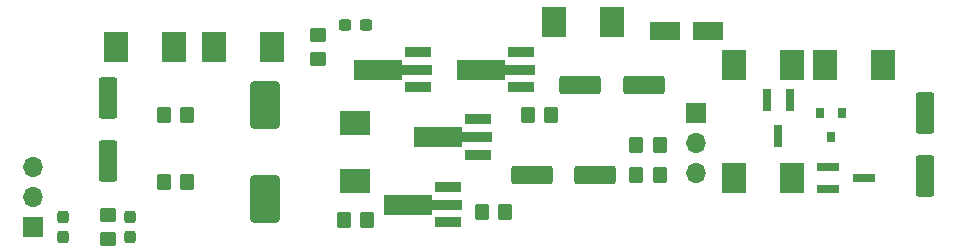
<source format=gts>
%TF.GenerationSoftware,KiCad,Pcbnew,(6.0.1)*%
%TF.CreationDate,2022-02-18T16:05:50+00:00*%
%TF.ProjectId,Microphone Booster,4d696372-6f70-4686-9f6e-6520426f6f73,rev?*%
%TF.SameCoordinates,Original*%
%TF.FileFunction,Soldermask,Top*%
%TF.FilePolarity,Negative*%
%FSLAX46Y46*%
G04 Gerber Fmt 4.6, Leading zero omitted, Abs format (unit mm)*
G04 Created by KiCad (PCBNEW (6.0.1)) date 2022-02-18 16:05:50*
%MOMM*%
%LPD*%
G01*
G04 APERTURE LIST*
G04 Aperture macros list*
%AMRoundRect*
0 Rectangle with rounded corners*
0 $1 Rounding radius*
0 $2 $3 $4 $5 $6 $7 $8 $9 X,Y pos of 4 corners*
0 Add a 4 corners polygon primitive as box body*
4,1,4,$2,$3,$4,$5,$6,$7,$8,$9,$2,$3,0*
0 Add four circle primitives for the rounded corners*
1,1,$1+$1,$2,$3*
1,1,$1+$1,$4,$5*
1,1,$1+$1,$6,$7*
1,1,$1+$1,$8,$9*
0 Add four rect primitives between the rounded corners*
20,1,$1+$1,$2,$3,$4,$5,0*
20,1,$1+$1,$4,$5,$6,$7,0*
20,1,$1+$1,$6,$7,$8,$9,0*
20,1,$1+$1,$8,$9,$2,$3,0*%
%AMFreePoly0*
4,1,9,5.362500,-0.866500,1.237500,-0.866500,1.237500,-0.450000,-1.237500,-0.450000,-1.237500,0.450000,1.237500,0.450000,1.237500,0.866500,5.362500,0.866500,5.362500,-0.866500,5.362500,-0.866500,$1*%
G04 Aperture macros list end*
%ADD10R,0.800000X1.900000*%
%ADD11R,1.900000X0.800000*%
%ADD12RoundRect,0.250000X1.050000X0.550000X-1.050000X0.550000X-1.050000X-0.550000X1.050000X-0.550000X0*%
%ADD13R,1.700000X1.700000*%
%ADD14O,1.700000X1.700000*%
%ADD15R,2.100000X2.600000*%
%ADD16RoundRect,0.250000X-0.350000X-0.450000X0.350000X-0.450000X0.350000X0.450000X-0.350000X0.450000X0*%
%ADD17RoundRect,0.250000X0.450000X-0.350000X0.450000X0.350000X-0.450000X0.350000X-0.450000X-0.350000X0*%
%ADD18RoundRect,0.250000X0.350000X0.450000X-0.350000X0.450000X-0.350000X-0.450000X0.350000X-0.450000X0*%
%ADD19R,2.600000X2.100000*%
%ADD20RoundRect,0.250000X-0.450000X0.350000X-0.450000X-0.350000X0.450000X-0.350000X0.450000X0.350000X0*%
%ADD21R,2.300000X0.900000*%
%ADD22FreePoly0,180.000000*%
%ADD23R,0.800000X0.900000*%
%ADD24RoundRect,0.237500X0.237500X-0.300000X0.237500X0.300000X-0.237500X0.300000X-0.237500X-0.300000X0*%
%ADD25RoundRect,0.250000X-0.550000X1.500000X-0.550000X-1.500000X0.550000X-1.500000X0.550000X1.500000X0*%
%ADD26RoundRect,0.250000X0.550000X-1.500000X0.550000X1.500000X-0.550000X1.500000X-0.550000X-1.500000X0*%
%ADD27RoundRect,0.250000X1.500000X0.550000X-1.500000X0.550000X-1.500000X-0.550000X1.500000X-0.550000X0*%
%ADD28RoundRect,0.237500X0.300000X0.237500X-0.300000X0.237500X-0.300000X-0.237500X0.300000X-0.237500X0*%
%ADD29RoundRect,0.250000X1.000000X-1.750000X1.000000X1.750000X-1.000000X1.750000X-1.000000X-1.750000X0*%
G04 APERTURE END LIST*
D10*
%TO.C,Q6*%
X121375000Y-73065000D03*
X119475000Y-73065000D03*
X120425000Y-76065000D03*
%TD*%
D11*
%TO.C,Q5*%
X124640000Y-78695000D03*
X124640000Y-80595000D03*
X127640000Y-79645000D03*
%TD*%
D12*
%TO.C,C6*%
X114449000Y-67183000D03*
X110849000Y-67183000D03*
%TD*%
D13*
%TO.C,J2*%
X113440000Y-74200000D03*
D14*
X113440000Y-76740000D03*
X113440000Y-79280000D03*
%TD*%
%TO.C,J1*%
X57310000Y-78740000D03*
X57310000Y-81280000D03*
D13*
X57310000Y-83820000D03*
%TD*%
D15*
%TO.C,R16*%
X77540000Y-68580000D03*
X72640000Y-68580000D03*
%TD*%
%TO.C,R15*%
X64385000Y-68580000D03*
X69285000Y-68580000D03*
%TD*%
%TO.C,R14*%
X116705000Y-70120000D03*
X121605000Y-70120000D03*
%TD*%
%TO.C,R13*%
X124415000Y-70120000D03*
X129315000Y-70120000D03*
%TD*%
%TO.C,R12*%
X116705000Y-79645000D03*
X121605000Y-79645000D03*
%TD*%
D16*
%TO.C,R11*%
X108380000Y-79375000D03*
X110380000Y-79375000D03*
%TD*%
%TO.C,R10*%
X110380000Y-76835000D03*
X108380000Y-76835000D03*
%TD*%
D17*
%TO.C,R9*%
X81440000Y-69580000D03*
X81440000Y-67580000D03*
%TD*%
D15*
%TO.C,R8*%
X101436000Y-66421000D03*
X106336000Y-66421000D03*
%TD*%
D18*
%TO.C,R7*%
X99220000Y-74295000D03*
X101220000Y-74295000D03*
%TD*%
D16*
%TO.C,R6*%
X68375000Y-74295000D03*
X70375000Y-74295000D03*
%TD*%
D18*
%TO.C,R5*%
X85615000Y-83185000D03*
X83615000Y-83185000D03*
%TD*%
D16*
%TO.C,R4*%
X95315000Y-82550000D03*
X97315000Y-82550000D03*
%TD*%
%TO.C,R3*%
X68375000Y-80010000D03*
X70375000Y-80010000D03*
%TD*%
D19*
%TO.C,R2*%
X84615000Y-79920000D03*
X84615000Y-75020000D03*
%TD*%
D20*
%TO.C,R1*%
X63660000Y-84820000D03*
X63660000Y-82820000D03*
%TD*%
D21*
%TO.C,Q4*%
X89940000Y-71985000D03*
D22*
X89852500Y-70485000D03*
D21*
X89940000Y-68985000D03*
%TD*%
%TO.C,Q3*%
X98672500Y-71985000D03*
D22*
X98585000Y-70485000D03*
D21*
X98672500Y-68985000D03*
%TD*%
%TO.C,Q2*%
X92480000Y-83415000D03*
D22*
X92392500Y-81915000D03*
D21*
X92480000Y-80415000D03*
%TD*%
%TO.C,Q1*%
X95020000Y-77700000D03*
D22*
X94932500Y-76200000D03*
D21*
X95020000Y-74700000D03*
%TD*%
D23*
%TO.C,D1*%
X123920000Y-74200000D03*
X124870000Y-76200000D03*
X125820000Y-74200000D03*
%TD*%
D24*
%TO.C,C9*%
X59850000Y-84682500D03*
X59850000Y-82957500D03*
%TD*%
D25*
%TO.C,C8*%
X63660000Y-78265000D03*
X63660000Y-72865000D03*
%TD*%
D26*
%TO.C,C7*%
X132875000Y-79535000D03*
X132875000Y-74135000D03*
%TD*%
D27*
%TO.C,C5*%
X104935000Y-79375000D03*
X99535000Y-79375000D03*
%TD*%
%TO.C,C4*%
X109065000Y-71755000D03*
X103665000Y-71755000D03*
%TD*%
D28*
%TO.C,C3*%
X85477500Y-66675000D03*
X83752500Y-66675000D03*
%TD*%
D29*
%TO.C,C2*%
X76995000Y-81470000D03*
X76995000Y-73470000D03*
%TD*%
D24*
%TO.C,C1*%
X65565000Y-84682500D03*
X65565000Y-82957500D03*
%TD*%
M02*

</source>
